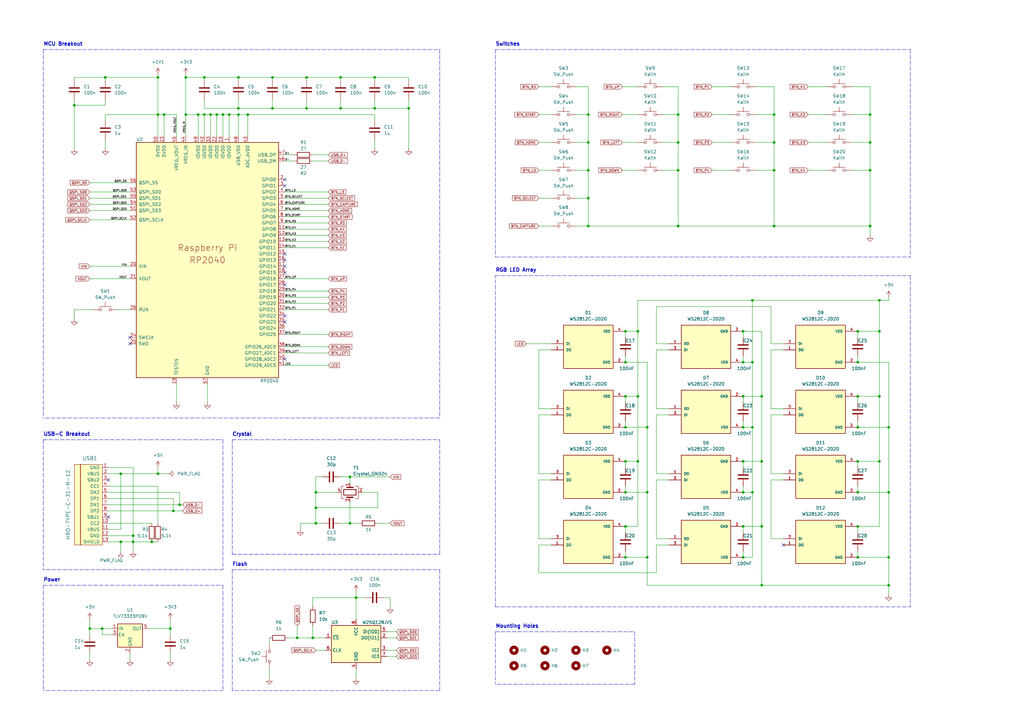
<source format=kicad_sch>
(kicad_sch (version 20211123) (generator eeschema)
  (paper "A3")
  (title_block (title "Ergobox") (date "2022-09-23") (rev "0.1") (company "techlifemusic") (comment 1 "https://github.com/jfedor2/flatbox/tree/master/hardware-rev4") (comment 2 "Based on Flatbox rev 4.") (comment 4 "Hitbox-style fightstick"))
  (junction (at 308.61 123.19))
  (junction (at 304.8 189.23))
  (junction (at 304.8 228.6))
  (junction (at 351.79 201.93))
  (junction (at 308.61 201.93))
  (junction (at 49.53 222.25))
  (junction (at 304.8 135.89))
  (junction (at 360.68 162.56))
  (junction (at 64.77 194.31))
  (junction (at 351.79 162.56))
  (junction (at 49.53 194.31))
  (junction (at 356.87 46.99))
  (junction (at 81.28 46.99))
  (junction (at 125.73 44.45))
  (junction (at 360.68 189.23))
  (junction (at 125.73 31.75))
  (junction (at 91.44 46.99))
  (junction (at 256.54 135.89))
  (junction (at 312.42 162.56))
  (junction (at 317.5 58.42))
  (junction (at 43.18 31.75))
  (junction (at 41.91 257.81))
  (junction (at 64.77 31.75))
  (junction (at 241.3 58.42))
  (junction (at 278.13 58.42))
  (junction (at 97.79 31.75))
  (junction (at 304.8 162.56))
  (junction (at 76.2 46.99))
  (junction (at 360.68 135.89))
  (junction (at 312.42 215.9))
  (junction (at 83.82 46.99))
  (junction (at 83.82 31.75))
  (junction (at 364.49 240.03))
  (junction (at 67.31 46.99))
  (junction (at 356.87 69.85))
  (junction (at 71.12 209.55))
  (junction (at 351.79 228.6))
  (junction (at 265.43 175.26))
  (junction (at 351.79 215.9))
  (junction (at 54.61 219.71))
  (junction (at 261.62 162.56))
  (junction (at 62.23 222.25))
  (junction (at 356.87 92.71))
  (junction (at 256.54 189.23))
  (junction (at 143.51 214.63))
  (junction (at 30.48 43.18))
  (junction (at 278.13 69.85))
  (junction (at 256.54 148.59))
  (junction (at 351.79 189.23))
  (junction (at 241.3 92.71))
  (junction (at 88.9 46.99))
  (junction (at 351.79 175.26))
  (junction (at 308.61 148.59))
  (junction (at 76.2 31.75))
  (junction (at 261.62 189.23))
  (junction (at 93.98 46.99))
  (junction (at 360.68 123.19))
  (junction (at 143.51 195.58))
  (junction (at 153.67 31.75))
  (junction (at 111.76 31.75))
  (junction (at 351.79 135.89))
  (junction (at 241.3 46.99))
  (junction (at 304.8 148.59))
  (junction (at 73.66 207.01))
  (junction (at 54.61 222.25))
  (junction (at 64.77 46.99))
  (junction (at 317.5 46.99))
  (junction (at 256.54 201.93))
  (junction (at 129.54 208.28))
  (junction (at 69.85 257.81))
  (junction (at 256.54 162.56))
  (junction (at 101.6 46.99))
  (junction (at 261.62 135.89))
  (junction (at 278.13 46.99))
  (junction (at 351.79 148.59))
  (junction (at 317.5 69.85))
  (junction (at 241.3 69.85))
  (junction (at 265.43 228.6))
  (junction (at 129.54 214.63))
  (junction (at 97.79 44.45))
  (junction (at 111.76 44.45))
  (junction (at 36.83 257.81))
  (junction (at 356.87 58.42))
  (junction (at 121.92 261.62))
  (junction (at 139.7 31.75))
  (junction (at 167.64 44.45))
  (junction (at 308.61 175.26))
  (junction (at 312.42 189.23))
  (junction (at 256.54 228.6))
  (junction (at 304.8 215.9))
  (junction (at 317.5 92.71))
  (junction (at 364.49 175.26))
  (junction (at 146.05 245.11))
  (junction (at 153.67 44.45))
  (junction (at 129.54 201.93))
  (junction (at 128.27 261.62))
  (junction (at 304.8 175.26))
  (junction (at 256.54 215.9))
  (junction (at 86.36 46.99))
  (junction (at 312.42 240.03))
  (junction (at 364.49 228.6))
  (junction (at 97.79 46.99))
  (junction (at 139.7 44.45))
  (junction (at 278.13 92.71))
  (junction (at 364.49 201.93))
  (junction (at 241.3 81.28))
  (junction (at 304.8 201.93))
  (junction (at 256.54 175.26))
  (junction (at 265.43 201.93))
  (no_connect (at 116.84 116.84))
  (no_connect (at 116.84 109.22))
  (no_connect (at 116.84 73.66))
  (no_connect (at 44.45 196.85))
  (no_connect (at 44.45 212.09))
  (no_connect (at 116.84 129.54))
  (no_connect (at 116.84 106.68))
  (no_connect (at 53.34 138.43))
  (no_connect (at 53.34 140.97))
  (no_connect (at 321.31 223.52))
  (no_connect (at 116.84 76.2))
  (no_connect (at 116.84 147.32))
  (no_connect (at 116.84 104.14))
  (no_connect (at 116.84 111.76))
  (no_connect (at 116.84 132.08))
  (wire (pts (xy 30.48 127) (xy 30.48 130.81)))
  (wire (pts (xy 97.79 46.99) (xy 101.6 46.99)))
  (polyline (pts (xy 180.34 227.33) (xy 180.34 180.34)))
  (wire (pts (xy 153.67 57.15) (xy 153.67 60.96)))
  (wire (pts (xy 125.73 44.45) (xy 111.76 44.45)))
  (wire (pts (xy 274.32 167.64) (xy 269.24 167.64)))
  (wire (pts (xy 312.42 162.56) (xy 312.42 189.23)))
  (wire (pts (xy 255.27 58.42) (xy 261.62 58.42)))
  (wire (pts (xy 356.87 69.85) (xy 356.87 92.71)))
  (wire (pts (xy 67.31 46.99) (xy 64.77 46.99)))
  (wire (pts (xy 304.8 189.23) (xy 312.42 189.23)))
  (wire (pts (xy 85.09 157.48) (xy 85.09 165.1)))
  (wire (pts (xy 360.68 215.9) (xy 360.68 189.23)))
  (wire (pts (xy 351.79 162.56) (xy 351.79 165.1)))
  (wire (pts (xy 226.06 223.52) (xy 220.98 223.52)))
  (wire (pts (xy 43.18 46.99) (xy 64.77 46.99)))
  (wire (pts (xy 54.61 191.77) (xy 54.61 219.71)))
  (wire (pts (xy 364.49 148.59) (xy 364.49 175.26)))
  (wire (pts (xy 351.79 148.59) (xy 364.49 148.59)))
  (wire (pts (xy 129.54 195.58) (xy 129.54 201.93)))
  (wire (pts (xy 349.25 46.99) (xy 356.87 46.99)))
  (wire (pts (xy 261.62 215.9) (xy 261.62 189.23)))
  (wire (pts (xy 331.47 58.42) (xy 339.09 58.42)))
  (wire (pts (xy 356.87 96.52) (xy 356.87 92.71)))
  (wire (pts (xy 81.28 55.88) (xy 81.28 46.99)))
  (wire (pts (xy 351.79 189.23) (xy 351.79 191.77)))
  (wire (pts (xy 54.61 222.25) (xy 62.23 222.25)))
  (wire (pts (xy 91.44 46.99) (xy 91.44 55.88)))
  (wire (pts (xy 269.24 143.51) (xy 274.32 143.51)))
  (polyline (pts (xy 91.44 180.34) (xy 91.44 233.68)))
  (wire (pts (xy 316.23 125.73) (xy 316.23 140.97)))
  (polyline (pts (xy 17.78 20.32) (xy 180.34 20.32)))
  (wire (pts (xy 304.8 215.9) (xy 304.8 218.44)))
  (wire (pts (xy 44.45 199.39) (xy 64.77 199.39)))
  (wire (pts (xy 72.39 157.48) (xy 72.39 165.1)))
  (wire (pts (xy 269.24 196.85) (xy 274.32 196.85)))
  (wire (pts (xy 351.79 135.89) (xy 351.79 138.43)))
  (wire (pts (xy 158.75 259.08) (xy 162.56 259.08)))
  (wire (pts (xy 265.43 201.93) (xy 265.43 228.6)))
  (wire (pts (xy 36.83 114.3) (xy 53.34 114.3)))
  (wire (pts (xy 36.83 109.22) (xy 53.34 109.22)))
  (polyline (pts (xy 91.44 233.68) (xy 17.78 233.68)))
  (wire (pts (xy 317.5 92.71) (xy 356.87 92.71)))
  (wire (pts (xy 153.67 46.99) (xy 153.67 49.53)))
  (wire (pts (xy 116.84 121.92) (xy 134.62 121.92)))
  (polyline (pts (xy 203.2 20.32) (xy 373.38 20.32)))
  (wire (pts (xy 48.26 127) (xy 53.34 127)))
  (wire (pts (xy 271.78 69.85) (xy 278.13 69.85)))
  (wire (pts (xy 220.98 167.64) (xy 226.06 167.64)))
  (wire (pts (xy 304.8 146.05) (xy 304.8 148.59)))
  (wire (pts (xy 321.31 143.51) (xy 316.23 143.51)))
  (wire (pts (xy 215.9 140.97) (xy 226.06 140.97)))
  (wire (pts (xy 278.13 69.85) (xy 278.13 92.71)))
  (wire (pts (xy 116.84 101.6) (xy 134.62 101.6)))
  (wire (pts (xy 49.53 217.17) (xy 49.53 194.31)))
  (wire (pts (xy 116.84 88.9) (xy 134.62 88.9)))
  (wire (pts (xy 116.84 78.74) (xy 134.62 78.74)))
  (wire (pts (xy 139.7 40.64) (xy 139.7 44.45)))
  (wire (pts (xy 220.98 46.99) (xy 226.06 46.99)))
  (wire (pts (xy 304.8 162.56) (xy 312.42 162.56)))
  (wire (pts (xy 97.79 31.75) (xy 97.79 33.02)))
  (wire (pts (xy 36.83 74.93) (xy 53.34 74.93)))
  (wire (pts (xy 312.42 240.03) (xy 364.49 240.03)))
  (wire (pts (xy 86.36 46.99) (xy 88.9 46.99)))
  (wire (pts (xy 132.08 214.63) (xy 129.54 214.63)))
  (wire (pts (xy 116.84 127) (xy 134.62 127)))
  (wire (pts (xy 220.98 220.98) (xy 226.06 220.98)))
  (wire (pts (xy 255.27 35.56) (xy 261.62 35.56)))
  (wire (pts (xy 269.24 170.18) (xy 274.32 170.18)))
  (wire (pts (xy 30.48 43.18) (xy 30.48 60.96)))
  (wire (pts (xy 220.98 170.18) (xy 220.98 194.31)))
  (wire (pts (xy 128.27 66.04) (xy 134.62 66.04)))
  (wire (pts (xy 157.48 245.11) (xy 160.02 245.11)))
  (wire (pts (xy 83.82 31.75) (xy 83.82 33.02)))
  (wire (pts (xy 265.43 228.6) (xy 265.43 240.03)))
  (wire (pts (xy 116.84 66.04) (xy 120.65 66.04)))
  (wire (pts (xy 269.24 125.73) (xy 316.23 125.73)))
  (wire (pts (xy 116.84 119.38) (xy 134.62 119.38)))
  (wire (pts (xy 43.18 31.75) (xy 43.18 33.02)))
  (wire (pts (xy 292.1 58.42) (xy 299.72 58.42)))
  (wire (pts (xy 49.53 222.25) (xy 54.61 222.25)))
  (wire (pts (xy 121.92 261.62) (xy 128.27 261.62)))
  (wire (pts (xy 220.98 81.28) (xy 226.06 81.28)))
  (wire (pts (xy 356.87 35.56) (xy 356.87 46.99)))
  (wire (pts (xy 116.84 114.3) (xy 134.62 114.3)))
  (wire (pts (xy 128.27 63.5) (xy 134.62 63.5)))
  (polyline (pts (xy 91.44 240.03) (xy 91.44 283.21)))
  (wire (pts (xy 116.84 96.52) (xy 134.62 96.52)))
  (wire (pts (xy 97.79 31.75) (xy 111.76 31.75)))
  (wire (pts (xy 351.79 162.56) (xy 360.68 162.56)))
  (wire (pts (xy 256.54 189.23) (xy 261.62 189.23)))
  (wire (pts (xy 125.73 31.75) (xy 125.73 33.02)))
  (wire (pts (xy 44.45 209.55) (xy 71.12 209.55)))
  (wire (pts (xy 121.92 256.54) (xy 121.92 261.62)))
  (wire (pts (xy 76.2 30.48) (xy 76.2 31.75)))
  (wire (pts (xy 256.54 148.59) (xy 265.43 148.59)))
  (polyline (pts (xy 95.25 180.34) (xy 95.25 227.33)))
  (wire (pts (xy 316.23 220.98) (xy 321.31 220.98)))
  (wire (pts (xy 143.51 214.63) (xy 143.51 205.74)))
  (wire (pts (xy 38.1 127) (xy 30.48 127)))
  (polyline (pts (xy 95.25 180.34) (xy 180.34 180.34)))
  (wire (pts (xy 101.6 46.99) (xy 153.67 46.99)))
  (wire (pts (xy 167.64 44.45) (xy 167.64 60.96)))
  (wire (pts (xy 36.83 267.97) (xy 36.83 270.51)))
  (wire (pts (xy 73.66 201.93) (xy 73.66 207.01)))
  (wire (pts (xy 316.23 143.51) (xy 316.23 167.64)))
  (wire (pts (xy 158.75 261.62) (xy 162.56 261.62)))
  (polyline (pts (xy 17.78 20.32) (xy 17.78 171.45)))
  (wire (pts (xy 116.84 91.44) (xy 134.62 91.44)))
  (wire (pts (xy 292.1 46.99) (xy 299.72 46.99)))
  (wire (pts (xy 72.39 46.99) (xy 67.31 46.99)))
  (wire (pts (xy 154.94 214.63) (xy 160.02 214.63)))
  (wire (pts (xy 321.31 170.18) (xy 316.23 170.18)))
  (polyline (pts (xy 260.35 280.67) (xy 203.2 280.67)))
  (wire (pts (xy 36.83 81.28) (xy 53.34 81.28)))
  (wire (pts (xy 139.7 44.45) (xy 125.73 44.45)))
  (wire (pts (xy 236.22 92.71) (xy 241.3 92.71)))
  (wire (pts (xy 278.13 58.42) (xy 278.13 69.85)))
  (wire (pts (xy 304.8 162.56) (xy 304.8 165.1)))
  (wire (pts (xy 308.61 123.19) (xy 360.68 123.19)))
  (wire (pts (xy 76.2 46.99) (xy 81.28 46.99)))
  (wire (pts (xy 97.79 44.45) (xy 83.82 44.45)))
  (wire (pts (xy 139.7 195.58) (xy 143.51 195.58)))
  (wire (pts (xy 160.02 245.11) (xy 160.02 248.92)))
  (polyline (pts (xy 203.2 248.92) (xy 203.2 113.03)))
  (wire (pts (xy 153.67 40.64) (xy 153.67 44.45)))
  (wire (pts (xy 143.51 195.58) (xy 143.51 198.12)))
  (wire (pts (xy 265.43 148.59) (xy 265.43 175.26)))
  (wire (pts (xy 360.68 162.56) (xy 360.68 135.89)))
  (wire (pts (xy 111.76 31.75) (xy 125.73 31.75)))
  (wire (pts (xy 236.22 58.42) (xy 241.3 58.42)))
  (wire (pts (xy 64.77 31.75) (xy 64.77 46.99)))
  (wire (pts (xy 44.45 191.77) (xy 54.61 191.77)))
  (wire (pts (xy 241.3 58.42) (xy 241.3 69.85)))
  (wire (pts (xy 128.27 261.62) (xy 133.35 261.62)))
  (wire (pts (xy 226.06 143.51) (xy 220.98 143.51)))
  (wire (pts (xy 317.5 58.42) (xy 317.5 69.85)))
  (wire (pts (xy 351.79 199.39) (xy 351.79 201.93)))
  (wire (pts (xy 69.85 257.81) (xy 69.85 254)))
  (polyline (pts (xy 95.25 233.68) (xy 180.34 233.68)))
  (polyline (pts (xy 203.2 113.03) (xy 373.38 113.03)))
  (wire (pts (xy 167.64 31.75) (xy 167.64 33.02)))
  (wire (pts (xy 317.5 69.85) (xy 317.5 92.71)))
  (wire (pts (xy 116.84 124.46) (xy 134.62 124.46)))
  (wire (pts (xy 64.77 30.48) (xy 64.77 31.75)))
  (wire (pts (xy 139.7 214.63) (xy 143.51 214.63)))
  (wire (pts (xy 41.91 260.35) (xy 41.91 257.81)))
  (wire (pts (xy 349.25 69.85) (xy 356.87 69.85)))
  (wire (pts (xy 274.32 220.98) (xy 269.24 220.98)))
  (wire (pts (xy 220.98 196.85) (xy 220.98 220.98)))
  (wire (pts (xy 220.98 194.31) (xy 226.06 194.31)))
  (wire (pts (xy 236.22 69.85) (xy 241.3 69.85)))
  (wire (pts (xy 317.5 46.99) (xy 317.5 58.42)))
  (wire (pts (xy 236.22 81.28) (xy 241.3 81.28)))
  (wire (pts (xy 44.45 207.01) (xy 73.66 207.01)))
  (wire (pts (xy 256.54 146.05) (xy 256.54 148.59)))
  (wire (pts (xy 97.79 46.99) (xy 97.79 55.88)))
  (wire (pts (xy 364.49 243.84) (xy 364.49 240.03)))
  (wire (pts (xy 76.2 46.99) (xy 76.2 55.88)))
  (wire (pts (xy 256.54 199.39) (xy 256.54 201.93)))
  (wire (pts (xy 304.8 199.39) (xy 304.8 201.93)))
  (wire (pts (xy 351.79 172.72) (xy 351.79 175.26)))
  (wire (pts (xy 72.39 55.88) (xy 72.39 46.99)))
  (polyline (pts (xy 203.2 20.32) (xy 203.2 105.41)))
  (wire (pts (xy 256.54 135.89) (xy 256.54 138.43)))
  (wire (pts (xy 351.79 215.9) (xy 360.68 215.9)))
  (wire (pts (xy 351.79 201.93) (xy 364.49 201.93)))
  (wire (pts (xy 269.24 223.52) (xy 269.24 234.95)))
  (wire (pts (xy 261.62 162.56) (xy 261.62 135.89)))
  (wire (pts (xy 269.24 194.31) (xy 269.24 170.18)))
  (wire (pts (xy 351.79 175.26) (xy 364.49 175.26)))
  (wire (pts (xy 153.67 31.75) (xy 153.67 33.02)))
  (wire (pts (xy 64.77 199.39) (xy 64.77 214.63)))
  (wire (pts (xy 44.45 217.17) (xy 49.53 217.17)))
  (wire (pts (xy 139.7 31.75) (xy 139.7 33.02)))
  (wire (pts (xy 139.7 31.75) (xy 153.67 31.75)))
  (wire (pts (xy 67.31 46.99) (xy 67.31 55.88)))
  (wire (pts (xy 44.45 219.71) (xy 54.61 219.71)))
  (wire (pts (xy 304.8 226.06) (xy 304.8 228.6)))
  (wire (pts (xy 304.8 148.59) (xy 308.61 148.59)))
  (wire (pts (xy 30.48 31.75) (xy 43.18 31.75)))
  (wire (pts (xy 220.98 234.95) (xy 269.24 234.95)))
  (wire (pts (xy 86.36 46.99) (xy 86.36 55.88)))
  (wire (pts (xy 83.82 31.75) (xy 97.79 31.75)))
  (wire (pts (xy 309.88 58.42) (xy 317.5 58.42)))
  (wire (pts (xy 49.53 222.25) (xy 49.53 226.06)))
  (wire (pts (xy 129.54 208.28) (xy 129.54 214.63)))
  (wire (pts (xy 304.8 201.93) (xy 308.61 201.93)))
  (wire (pts (xy 44.45 194.31) (xy 49.53 194.31)))
  (wire (pts (xy 278.13 46.99) (xy 278.13 58.42)))
  (wire (pts (xy 81.28 46.99) (xy 83.82 46.99)))
  (wire (pts (xy 83.82 44.45) (xy 83.82 40.64)))
  (wire (pts (xy 271.78 58.42) (xy 278.13 58.42)))
  (wire (pts (xy 349.25 58.42) (xy 356.87 58.42)))
  (wire (pts (xy 220.98 92.71) (xy 226.06 92.71)))
  (wire (pts (xy 54.61 222.25) (xy 54.61 226.06)))
  (wire (pts (xy 123.19 217.17) (xy 123.19 214.63)))
  (wire (pts (xy 308.61 201.93) (xy 308.61 175.26)))
  (wire (pts (xy 304.8 189.23) (xy 304.8 191.77)))
  (wire (pts (xy 116.84 137.16) (xy 134.62 137.16)))
  (wire (pts (xy 241.3 92.71) (xy 278.13 92.71)))
  (wire (pts (xy 110.49 261.62) (xy 110.49 264.16)))
  (polyline (pts (xy 95.25 227.33) (xy 180.34 227.33)))
  (wire (pts (xy 274.32 223.52) (xy 269.24 223.52)))
  (wire (pts (xy 64.77 194.31) (xy 68.58 194.31)))
  (polyline (pts (xy 17.78 180.34) (xy 17.78 233.68)))
  (wire (pts (xy 236.22 35.56) (xy 241.3 35.56)))
  (wire (pts (xy 255.27 46.99) (xy 261.62 46.99)))
  (wire (pts (xy 116.84 142.24) (xy 134.62 142.24)))
  (wire (pts (xy 146.05 242.57) (xy 146.05 245.11)))
  (wire (pts (xy 309.88 69.85) (xy 317.5 69.85)))
  (polyline (pts (xy 95.25 233.68) (xy 95.25 283.21)))
  (wire (pts (xy 321.31 196.85) (xy 316.23 196.85)))
  (wire (pts (xy 312.42 215.9) (xy 312.42 240.03)))
  (wire (pts (xy 304.8 135.89) (xy 304.8 138.43)))
  (wire (pts (xy 129.54 266.7) (xy 133.35 266.7)))
  (wire (pts (xy 43.18 43.18) (xy 30.48 43.18)))
  (wire (pts (xy 125.73 31.75) (xy 139.7 31.75)))
  (wire (pts (xy 118.11 261.62) (xy 121.92 261.62)))
  (wire (pts (xy 256.54 226.06) (xy 256.54 228.6)))
  (wire (pts (xy 116.84 81.28) (xy 134.62 81.28)))
  (wire (pts (xy 36.83 90.17) (xy 53.34 90.17)))
  (wire (pts (xy 241.3 69.85) (xy 241.3 81.28)))
  (wire (pts (xy 71.12 204.47) (xy 71.12 209.55)))
  (wire (pts (xy 255.27 69.85) (xy 261.62 69.85)))
  (wire (pts (xy 316.23 170.18) (xy 316.23 194.31)))
  (wire (pts (xy 292.1 35.56) (xy 299.72 35.56)))
  (wire (pts (xy 274.32 140.97) (xy 269.24 140.97)))
  (wire (pts (xy 129.54 201.93) (xy 138.43 201.93)))
  (wire (pts (xy 356.87 46.99) (xy 356.87 58.42)))
  (wire (pts (xy 269.24 140.97) (xy 269.24 125.73)))
  (wire (pts (xy 36.83 257.81) (xy 36.83 260.35)))
  (wire (pts (xy 364.49 123.19) (xy 364.49 121.92)))
  (wire (pts (xy 45.72 260.35) (xy 41.91 260.35)))
  (wire (pts (xy 356.87 58.42) (xy 356.87 69.85)))
  (wire (pts (xy 278.13 92.71) (xy 317.5 92.71)))
  (wire (pts (xy 349.25 35.56) (xy 356.87 35.56)))
  (wire (pts (xy 265.43 175.26) (xy 265.43 201.93)))
  (wire (pts (xy 309.88 35.56) (xy 317.5 35.56)))
  (wire (pts (xy 73.66 207.01) (xy 74.93 207.01)))
  (wire (pts (xy 256.54 162.56) (xy 256.54 165.1)))
  (polyline (pts (xy 203.2 105.41) (xy 373.38 105.41)))
  (wire (pts (xy 331.47 35.56) (xy 339.09 35.56)))
  (wire (pts (xy 88.9 46.99) (xy 88.9 55.88)))
  (wire (pts (xy 220.98 58.42) (xy 226.06 58.42)))
  (wire (pts (xy 308.61 228.6) (xy 308.61 201.93)))
  (wire (pts (xy 54.61 219.71) (xy 54.61 222.25)))
  (wire (pts (xy 158.75 269.24) (xy 162.56 269.24)))
  (wire (pts (xy 153.67 31.75) (xy 167.64 31.75)))
  (wire (pts (xy 256.54 215.9) (xy 256.54 218.44)))
  (polyline (pts (xy 17.78 180.34) (xy 91.44 180.34)))
  (wire (pts (xy 83.82 46.99) (xy 83.82 55.88)))
  (wire (pts (xy 148.59 201.93) (xy 154.94 201.93)))
  (wire (pts (xy 83.82 46.99) (xy 86.36 46.99)))
  (wire (pts (xy 226.06 170.18) (xy 220.98 170.18)))
  (wire (pts (xy 129.54 201.93) (xy 129.54 208.28)))
  (wire (pts (xy 316.23 167.64) (xy 321.31 167.64)))
  (polyline (pts (xy 203.2 259.08) (xy 260.35 259.08)))
  (wire (pts (xy 111.76 40.64) (xy 111.76 44.45)))
  (wire (pts (xy 317.5 35.56) (xy 317.5 46.99)))
  (wire (pts (xy 304.8 135.89) (xy 312.42 135.89)))
  (wire (pts (xy 111.76 31.75) (xy 111.76 33.02)))
  (wire (pts (xy 43.18 57.15) (xy 43.18 60.96)))
  (wire (pts (xy 36.83 86.36) (xy 53.34 86.36)))
  (wire (pts (xy 36.83 78.74) (xy 53.34 78.74)))
  (wire (pts (xy 261.62 123.19) (xy 308.61 123.19)))
  (wire (pts (xy 62.23 222.25) (xy 64.77 222.25)))
  (wire (pts (xy 256.54 201.93) (xy 265.43 201.93)))
  (wire (pts (xy 160.02 195.58) (xy 143.51 195.58)))
  (wire (pts (xy 256.54 215.9) (xy 261.62 215.9)))
  (wire (pts (xy 123.19 214.63) (xy 129.54 214.63)))
  (wire (pts (xy 241.3 35.56) (xy 241.3 46.99)))
  (wire (pts (xy 43.18 31.75) (xy 64.77 31.75)))
  (wire (pts (xy 128.27 256.54) (xy 128.27 261.62)))
  (wire (pts (xy 45.72 257.81) (xy 41.91 257.81)))
  (polyline (pts (xy 17.78 240.03) (xy 17.78 283.21)))
  (wire (pts (xy 351.79 226.06) (xy 351.79 228.6)))
  (wire (pts (xy 44.45 214.63) (xy 62.23 214.63)))
  (wire (pts (xy 304.8 172.72) (xy 304.8 175.26)))
  (wire (pts (xy 256.54 228.6) (xy 265.43 228.6)))
  (wire (pts (xy 49.53 194.31) (xy 64.77 194.31)))
  (wire (pts (xy 53.34 267.97) (xy 53.34 270.51)))
  (wire (pts (xy 274.32 194.31) (xy 269.24 194.31)))
  (wire (pts (xy 116.84 99.06) (xy 134.62 99.06)))
  (wire (pts (xy 154.94 201.93) (xy 154.94 208.28)))
  (polyline (pts (xy 91.44 283.21) (xy 17.78 283.21)))
  (wire (pts (xy 364.49 228.6) (xy 364.49 240.03)))
  (wire (pts (xy 220.98 143.51) (xy 220.98 167.64)))
  (wire (pts (xy 64.77 194.31) (xy 64.77 191.77)))
  (wire (pts (xy 292.1 69.85) (xy 299.72 69.85)))
  (wire (pts (xy 158.75 266.7) (xy 162.56 266.7)))
  (wire (pts (xy 309.88 46.99) (xy 317.5 46.99)))
  (wire (pts (xy 256.54 172.72) (xy 256.54 175.26)))
  (wire (pts (xy 312.42 189.23) (xy 312.42 215.9)))
  (wire (pts (xy 360.68 135.89) (xy 360.68 123.19)))
  (wire (pts (xy 125.73 40.64) (xy 125.73 44.45)))
  (wire (pts (xy 269.24 220.98) (xy 269.24 196.85)))
  (polyline (pts (xy 180.34 233.68) (xy 180.34 283.21)))
  (wire (pts (xy 132.08 195.58) (xy 129.54 195.58)))
  (wire (pts (xy 41.91 257.81) (xy 36.83 257.81)))
  (wire (pts (xy 111.76 44.45) (xy 97.79 44.45)))
  (wire (pts (xy 60.96 257.81) (xy 69.85 257.81)))
  (wire (pts (xy 76.2 31.75) (xy 83.82 31.75)))
  (wire (pts (xy 241.3 46.99) (xy 241.3 58.42)))
  (wire (pts (xy 30.48 33.02) (xy 30.48 31.75)))
  (polyline (pts (xy 180.34 20.32) (xy 180.34 171.45)))
  (wire (pts (xy 116.84 149.86) (xy 134.62 149.86)))
  (polyline (pts (xy 373.38 20.32) (xy 373.38 105.41)))
  (wire (pts (xy 116.84 93.98) (xy 134.62 93.98)))
  (wire (pts (xy 128.27 248.92) (xy 128.27 245.11)))
  (wire (pts (xy 304.8 215.9) (xy 312.42 215.9)))
  (wire (pts (xy 167.64 44.45) (xy 153.67 44.45)))
  (wire (pts (xy 256.54 135.89) (xy 261.62 135.89)))
  (wire (pts (xy 153.67 44.45) (xy 139.7 44.45)))
  (wire (pts (xy 116.84 86.36) (xy 134.62 86.36)))
  (wire (pts (xy 256.54 162.56) (xy 261.62 162.56)))
  (wire (pts (xy 146.05 274.32) (xy 146.05 278.13)))
  (wire (pts (xy 351.79 189.23) (xy 360.68 189.23)))
  (wire (pts (xy 364.49 175.26) (xy 364.49 201.93)))
  (polyline (pts (xy 180.34 283.21) (xy 95.25 283.21)))
  (wire (pts (xy 220.98 69.85) (xy 226.06 69.85)))
  (wire (pts (xy 88.9 46.99) (xy 91.44 46.99)))
  (wire (pts (xy 261.62 135.89) (xy 261.62 123.19)))
  (wire (pts (xy 43.18 40.64) (xy 43.18 43.18)))
  (polyline (pts (xy 180.34 171.45) (xy 17.78 171.45)))
  (wire (pts (xy 30.48 40.64) (xy 30.48 43.18)))
  (wire (pts (xy 271.78 46.99) (xy 278.13 46.99)))
  (wire (pts (xy 256.54 189.23) (xy 256.54 191.77)))
  (wire (pts (xy 351.79 228.6) (xy 364.49 228.6)))
  (wire (pts (xy 71.12 209.55) (xy 74.93 209.55)))
  (wire (pts (xy 261.62 189.23) (xy 261.62 162.56)))
  (wire (pts (xy 226.06 196.85) (xy 220.98 196.85)))
  (polyline (pts (xy 203.2 248.92) (xy 373.38 248.92)))
  (wire (pts (xy 316.23 194.31) (xy 321.31 194.31)))
  (wire (pts (xy 220.98 223.52) (xy 220.98 234.95)))
  (wire (pts (xy 97.79 40.64) (xy 97.79 44.45)))
  (wire (pts (xy 241.3 81.28) (xy 241.3 92.71)))
  (wire (pts (xy 36.83 257.81) (xy 36.83 254)))
  (wire (pts (xy 331.47 69.85) (xy 339.09 69.85)))
  (wire (pts (xy 154.94 208.28) (xy 129.54 208.28)))
  (wire (pts (xy 316.23 196.85) (xy 316.23 220.98)))
  (wire (pts (xy 351.79 215.9) (xy 351.79 218.44)))
  (wire (pts (xy 269.24 167.64) (xy 269.24 143.51)))
  (wire (pts (xy 167.64 40.64) (xy 167.64 44.45)))
  (wire (pts (xy 304.8 228.6) (xy 308.61 228.6)))
  (wire (pts (xy 278.13 35.56) (xy 278.13 46.99)))
  (wire (pts (xy 91.44 46.99) (xy 93.98 46.99)))
  (wire (pts (xy 93.98 46.99) (xy 97.79 46.99)))
  (polyline (pts (xy 373.38 113.03) (xy 373.38 248.92)))
  (wire (pts (xy 116.84 83.82) (xy 134.62 83.82)))
  (wire (pts (xy 116.84 144.78) (xy 134.62 144.78)))
  (wire (pts (xy 360.68 123.19) (xy 364.49 123.19)))
  (wire (pts (xy 128.27 245.11) (xy 146.05 245.11)))
  (wire (pts (xy 116.84 63.5) (xy 120.65 63.5)))
  (wire (pts (xy 360.68 189.23) (xy 360.68 162.56)))
  (wire (pts (xy 351.79 135.89) (xy 360.68 135.89)))
  (wire (pts (xy 69.85 267.97) (xy 69.85 270.51)))
  (wire (pts (xy 304.8 175.26) (xy 308.61 175.26)))
  (wire (pts (xy 308.61 175.26) (xy 308.61 148.59)))
  (wire (pts (xy 101.6 46.99) (xy 101.6 55.88)))
  (wire (pts (xy 76.2 31.75) (xy 76.2 46.99)))
  (wire (pts (xy 44.45 201.93) (xy 73.66 201.93)))
  (wire (pts (xy 93.98 46.99) (xy 93.98 55.88)))
  (wire (pts (xy 312.42 135.89) (xy 312.42 162.56)))
  (wire (pts (xy 146.05 245.11) (xy 146.05 254)))
  (wire (pts (xy 146.05 245.11) (xy 149.86 245.11)))
  (wire (pts (xy 236.22 46.99) (xy 241.3 46.99)))
  (wire (pts (xy 44.45 222.25) (xy 49.53 222.25)))
  (wire (pts (xy 331.47 46.99) (xy 339.09 46.99)))
  (polyline (pts (xy 203.2 259.08) (xy 203.2 280.67)))
  (wire (pts (xy 64.77 46.99) (xy 64.77 55.88)))
  (wire (pts (xy 351.79 146.05) (xy 351.79 148.59)))
  (wire (pts (xy 308.61 148.59) (xy 308.61 123.19)))
  (wire (pts (xy 364.49 201.93) (xy 364.49 228.6)))
  (wire (pts (xy 36.83 83.82) (xy 53.34 83.82)))
  (wire (pts (xy 69.85 257.81) (xy 69.85 260.35)))
  (wire (pts (xy 271.78 35.56) (xy 278.13 35.56)))
  (polyline (pts (xy 260.35 259.08) (xy 260.35 280.67)))
  (wire (pts (xy 44.45 204.47) (xy 71.12 204.47)))
  (wire (pts (xy 110.49 274.32) (xy 110.49 278.13)))
  (polyline (pts (xy 17.78 240.03) (xy 91.44 240.03)))
  (wire (pts (xy 220.98 35.56) (xy 226.06 35.56)))
  (wire (pts (xy 43.18 49.53) (xy 43.18 46.99)))
  (wire (pts (xy 265.43 240.03) (xy 312.42 240.03)))
  (wire (pts (xy 143.51 214.63) (xy 147.32 214.63)))
  (wire (pts (xy 316.23 140.97) (xy 321.31 140.97)))
  (wire (pts (xy 256.54 175.26) (xy 265.43 175.26)))
  (text "RGB LED Array" (at 203.2 111.76 0) (effects (font (size 1.5 1.5) bold) (justify left bottom)))
  (text "Flash" (at 95.25 232.41 0) (effects (font (size 1.5 1.5) bold) (justify left bottom)))
  (text "USB-C Breakout" (at 17.78 179.07 0) (effects (font (size 1.5 1.5) bold) (justify left bottom)))
  (text "Mounting Holes\n" (at 203.2 257.81 0) (effects (font (size 1.5 1.5) bold) (justify left bottom)))
  (text "Switches" (at 203.2 19.05 0) (effects (font (size 1.5 1.5) bold) (justify left bottom)))
  (text "Power" (at 17.78 238.76 0) (effects (font (size 1.5 1.5) bold) (justify left bottom)))
  (text "Crystal\n" (at 95.25 179.07 0) (effects (font (size 1.5 1.5) bold) (justify left bottom)))
  (text "MCU Breakout" (at 17.78 19.05 0) (effects (font (size 1.5 1.5) bold) (justify left bottom)))
  (label "BTN_RIGHT" (at 116.84 137.16 0) (effects (font (size 0.8 0.8))))
  (label "BTN_UP" (at 116.84 114.3 0) (effects (font (size 0.8 0.8))))
  (label "VREG_IN" (at 76.2 54.61 90) (effects (font (size 0.8 0.8))))
  (label "BTN_P3" (at 116.84 121.92 0) (effects (font (size 0.8 0.8))))
  (label "QSPI_SD0" (at 52.07 78.74 180) (effects (font (size 0.8 0.8))))
  (label "BTN_LEFT" (at 116.84 144.78 0) (effects (font (size 0.8 0.8))))
  (label "QSPI_SCLK" (at 52.07 90.17 180) (effects (font (size 0.8 0.8))))
  (label "QSPI_SD1" (at 52.0306 81.28 180) (effects (font (size 0.8 0.8))))
  (label "BTN_HOME" (at 116.84 86.36 0) (effects (font (size 0.8 0.8))))
  (label "BTN_K1" (at 116.84 101.6 0) (effects (font (size 0.8 0.8))))
  (label "QSPI_SD3" (at 52.07 86.36 180) (effects (font (size 0.8 0.8))))
  (label "BTN_DOWN" (at 116.84 142.24 0) (effects (font (size 0.8 0.8))))
  (label "XOUT" (at 52.07 114.3 180) (effects (font (size 0.8 0.8))))
  (label "XIN" (at 52.07 109.22 180) (effects (font (size 0.8 0.8))))
  (label "BTN_SELECT" (at 116.84 81.28 0) (effects (font (size 0.8 0.8))))
  (label "QSPI_SS" (at 52.0306 74.93 180) (effects (font (size 0.8 0.8))))
  (label "QSPI_SD2" (at 52.07 83.82 180) (effects (font (size 0.8 0.8))))
  (label "BTN_P4" (at 116.84 119.38 0) (effects (font (size 0.8 0.8))))
  (label "BTN_R3" (at 116.84 91.44 0) (effects (font (size 0.8 0.8))))
  (label "BTN_CAPTURE" (at 116.84 83.82 0) (effects (font (size 0.8 0.8))))
  (label "BTN_P2" (at 116.84 124.46 0) (effects (font (size 0.8 0.8))))
  (label "BTN_START" (at 116.84 88.9 0) (effects (font (size 0.8 0.8))))
  (label "VREG_VOUT" (at 72.39 54.61 90) (effects (font (size 0.8 0.8))))
  (label "LED" (at 116.84 149.86 0) (effects (font (size 0.8 0.8))))
  (label "BTN_L3" (at 116.84 78.74 0) (effects (font (size 0.8 0.8))))
  (label "BTN_K4" (at 116.84 93.98 0) (effects (font (size 0.8 0.8))))
  (label "BTN_K2" (at 116.84 99.06 0) (effects (font (size 0.8 0.8))))
  (label "BTN_P1" (at 116.84 127 0) (effects (font (size 0.8 0.8))))
  (label "D+" (at 116.84 63.5 0) (effects (font (size 0.8 0.8))))
  (label "BTN_K3" (at 116.84 96.52 0) (effects (font (size 0.8 0.8))))
  (label "D-" (at 116.84 66.04 0) (effects (font (size 0.8 0.8))))
  (global_label "QSPI_SD1" (shape input) (at 162.56 261.62 0) (effects (font (size 1 1))) (property "Intersheet References" "${INTERSHEET_REFS}" (effects hide)))
  (global_label "BTN_CAPTURE" (shape input) (at 134.62 83.82 0) (effects (font (size 1 1))) (property "Intersheet References" "${INTERSHEET_REFS}" (effects hide)))
  (global_label "BTN_P4" (shape input) (at 292.1 69.85 180) (effects (font (size 1 1))) (property "Intersheet References" "${INTERSHEET_REFS}" (effects hide)))
  (global_label "BTN_RIGHT" (shape input) (at 134.62 137.16 0) (effects (font (size 1 1))) (property "Intersheet References" "${INTERSHEET_REFS}" (effects hide)))
  (global_label "XIN" (shape input) (at 160.02 195.58 0) (effects (font (size 1 1))) (property "Intersheet References" "${INTERSHEET_REFS}" (effects hide)))
  (global_label "BTN_K3" (shape input) (at 331.47 58.42 180) (effects (font (size 1 1))) (property "Intersheet References" "${INTERSHEET_REFS}" (effects hide)))
  (global_label "USB_D-" (shape input) (at 74.93 207.01 0) (effects (font (size 1 1))) (property "Intersheet References" "${INTERSHEET_REFS}" (effects hide)))
  (global_label "USB_D-" (shape input) (at 134.62 66.04 0) (effects (font (size 1 1))) (property "Intersheet References" "${INTERSHEET_REFS}" (effects hide)))
  (global_label "QSPI_SD0" (shape input) (at 162.56 259.08 0) (effects (font (size 1 1))) (property "Intersheet References" "${INTERSHEET_REFS}" (effects hide)))
  (global_label "BTN_K1" (shape input) (at 331.47 35.56 180) (effects (font (size 1 1))) (property "Intersheet References" "${INTERSHEET_REFS}" (effects hide)))
  (global_label "LED" (shape input) (at 134.62 149.86 0) (effects (font (size 1 1))) (property "Intersheet References" "${INTERSHEET_REFS}" (effects hide)))
  (global_label "QSPI_SCLK" (shape input) (at 36.83 90.17 180) (effects (font (size 1 1))) (property "Intersheet References" "${INTERSHEET_REFS}" (effects hide)))
  (global_label "BTN_START" (shape input) (at 134.62 88.9 0) (effects (font (size 1 1))) (property "Intersheet References" "${INTERSHEET_REFS}" (effects hide)))
  (global_label "BTN_K3" (shape input) (at 134.62 96.52 0) (effects (font (size 1 1))) (property "Intersheet References" "${INTERSHEET_REFS}" (effects hide)))
  (global_label "BTN_UP" (shape input) (at 134.62 114.3 0) (effects (font (size 1 1))) (property "Intersheet References" "${INTERSHEET_REFS}" (effects hide)))
  (global_label "LED" (shape input) (at 215.9 140.97 180) (effects (font (size 1 1))) (property "Intersheet References" "${INTERSHEET_REFS}" (effects hide)))
  (global_label "BTN_P3" (shape input) (at 134.62 121.92 0) (effects (font (size 1 1))) (property "Intersheet References" "${INTERSHEET_REFS}" (effects hide)))
  (global_label "QSPI_SD2" (shape input) (at 36.83 83.82 180) (effects (font (size 1 1))) (property "Intersheet References" "${INTERSHEET_REFS}" (effects hide)))
  (global_label "BTN_L3" (shape input) (at 134.62 78.74 0) (effects (font (size 1 1))) (property "Intersheet References" "${INTERSHEET_REFS}" (effects hide)))
  (global_label "BTN_K2" (shape input) (at 134.62 99.06 0) (effects (font (size 1 1))) (property "Intersheet References" "${INTERSHEET_REFS}" (effects hide)))
  (global_label "BTN_LEFT" (shape input) (at 255.27 58.42 180) (effects (font (size 1 1))) (property "Intersheet References" "${INTERSHEET_REFS}" (effects hide)))
  (global_label "QSPI_SD3" (shape input) (at 36.83 86.36 180) (effects (font (size 1 1))) (property "Intersheet References" "${INTERSHEET_REFS}" (effects hide)))
  (global_label "XIN" (shape input) (at 36.83 109.22 180) (effects (font (size 1 1))) (property "Intersheet References" "${INTERSHEET_REFS}" (effects hide)))
  (global_label "BTN_P2" (shape input) (at 134.62 124.46 0) (effects (font (size 1 1))) (property "Intersheet References" "${INTERSHEET_REFS}" (effects hide)))
  (global_label "BTN_UP" (shape input) (at 255.27 35.56 180) (effects (font (size 1 1))) (property "Intersheet References" "${INTERSHEET_REFS}" (effects hide)))
  (global_label "BTN_SELECT" (shape input) (at 134.62 81.28 0) (effects (font (size 1 1))) (property "Intersheet References" "${INTERSHEET_REFS}" (effects hide)))
  (global_label "XOUT" (shape input) (at 36.83 114.3 180) (effects (font (size 1 1))) (property "Intersheet References" "${INTERSHEET_REFS}" (effects hide)))
  (global_label "QSPI_SD0" (shape input) (at 36.83 78.74 180) (effects (font (size 1 1))) (property "Intersheet References" "${INTERSHEET_REFS}" (effects hide)))
  (global_label "BTN_R3" (shape input) (at 220.98 35.56 180) (effects (font (size 1 1))) (property "Intersheet References" "${INTERSHEET_REFS}" (effects hide)))
  (global_label "BTN_R3" (shape input) (at 134.62 91.44 0) (effects (font (size 1 1))) (property "Intersheet References" "${INTERSHEET_REFS}" (effects hide)))
  (global_label "BTN_P1" (shape input) (at 134.62 127 0) (effects (font (size 1 1))) (property "Intersheet References" "${INTERSHEET_REFS}" (effects hide)))
  (global_label "XOUT" (shape input) (at 160.02 214.63 0) (effects (font (size 1 1))) (property "Intersheet References" "${INTERSHEET_REFS}" (effects hide)))
  (global_label "BTN_K4" (shape input) (at 134.62 93.98 0) (effects (font (size 1 1))) (property "Intersheet References" "${INTERSHEET_REFS}" (effects hide)))
  (global_label "BTN_DOWN" (shape input) (at 255.27 69.85 180) (effects (font (size 1 1))) (property "Intersheet References" "${INTERSHEET_REFS}" (effects hide)))
  (global_label "BTN_P3" (shape input) (at 292.1 58.42 180) (effects (font (size 1 1))) (property "Intersheet References" "${INTERSHEET_REFS}" (effects hide)))
  (global_label "BTN_HOME" (shape input) (at 220.98 58.42 180) (effects (font (size 1 1))) (property "Intersheet References" "${INTERSHEET_REFS}" (effects hide)))
  (global_label "QSPI_SD1" (shape input) (at 36.83 81.28 180) (effects (font (size 1 1))) (property "Intersheet References" "${INTERSHEET_REFS}" (effects hide)))
  (global_label "USB_D+" (shape input) (at 74.93 209.55 0) (effects (font (size 1 1))) (property "Intersheet References" "${INTERSHEET_REFS}" (effects hide)))
  (global_label "BTN_LEFT" (shape input) (at 134.62 144.78 0) (effects (font (size 1 1))) (property "Intersheet References" "${INTERSHEET_REFS}" (effects hide)))
  (global_label "BTN_HOME" (shape input) (at 134.62 86.36 0) (effects (font (size 1 1))) (property "Intersheet References" "${INTERSHEET_REFS}" (effects hide)))
  (global_label "BTN_K1" (shape input) (at 134.62 101.6 0) (effects (font (size 1 1))) (property "Intersheet References" "${INTERSHEET_REFS}" (effects hide)))
  (global_label "BTN_K4" (shape input) (at 331.47 69.85 180) (effects (font (size 1 1))) (property "Intersheet References" "${INTERSHEET_REFS}" (effects hide)))
  (global_label "BTN_RIGHT" (shape input) (at 255.27 46.99 180) (effects (font (size 1 1))) (property "Intersheet References" "${INTERSHEET_REFS}" (effects hide)))
  (global_label "QSPI_SCLK" (shape input) (at 129.54 266.7 180) (effects (font (size 1 1))) (property "Intersheet References" "${INTERSHEET_REFS}" (effects hide)))
  (global_label "BTN_K2" (shape input) (at 331.47 46.99 180) (effects (font (size 1 1))) (property "Intersheet References" "${INTERSHEET_REFS}" (effects hide)))
  (global_label "BTN_P1" (shape input) (at 292.1 35.56 180) (effects (font (size 1 1))) (property "Intersheet References" "${INTERSHEET_REFS}" (effects hide)))
  (global_label "BTN_SELECT" (shape input) (at 220.98 81.28 180) (effects (font (size 1 1))) (property "Intersheet References" "${INTERSHEET_REFS}" (effects hide)))
  (global_label "BTN_START" (shape input) (at 220.98 46.99 180) (effects (font (size 1 1))) (property "Intersheet References" "${INTERSHEET_REFS}" (effects hide)))
  (global_label "QSPI_SD3" (shape input) (at 162.56 269.24 0) (effects (font (size 1 1))) (property "Intersheet References" "${INTERSHEET_REFS}" (effects hide)))
  (global_label "QSPI_SS" (shape input) (at 121.92 256.54 90) (effects (font (size 1 1))) (property "Intersheet References" "${INTERSHEET_REFS}" (effects hide)))
  (global_label "BTN_CAPTURE" (shape input) (at 220.98 92.71 180) (effects (font (size 1 1))) (property "Intersheet References" "${INTERSHEET_REFS}" (effects hide)))
  (global_label "QSPI_SD2" (shape input) (at 162.56 266.7 0) (effects (font (size 1 1))) (property "Intersheet References" "${INTERSHEET_REFS}" (effects hide)))
  (global_label "BTN_L3" (shape input) (at 220.98 69.85 180) (effects (font (size 1 1))) (property "Intersheet References" "${INTERSHEET_REFS}" (effects hide)))
  (global_label "BTN_P4" (shape input) (at 134.62 119.38 0) (effects (font (size 1 1))) (property "Intersheet References" "${INTERSHEET_REFS}" (effects hide)))
  (global_label "QSPI_SS" (shape input) (at 36.83 74.93 180) (effects (font (size 1 1))) (property "Intersheet References" "${INTERSHEET_REFS}" (effects hide)))
  (global_label "USB_D+" (shape input) (at 134.62 63.5 0) (effects (font (size 1 1))) (property "Intersheet References" "${INTERSHEET_REFS}" (effects hide)))
  (global_label "BTN_P2" (shape input) (at 292.1 46.99 180) (effects (font (size 1 1))) (property "Intersheet References" "${INTERSHEET_REFS}" (effects hide)))
  (global_label "BTN_DOWN" (shape input) (at 134.62 142.24 0) (effects (font (size 1 1))) (property "Intersheet References" "${INTERSHEET_REFS}" (effects hide)))
  (symbol (lib_id "power:GND") (at 36.83 270.51 0) (unit 1)
    (property "Reference" "#PWR0115" (effects hide))
    (property "Value" "GND" (effects hide))
  )
  (symbol (lib_id "Device:C") (at 153.67 245.11 90) (unit 1)
    (property "Reference" "C16" (at 153.67 237.49 90))
    (property "Value" "100n" (at 153.67 240.03 90))
    (property "Footprint" "Capacitor_SMD:C_0402_1005Metric" (effects hide))
  )
  (symbol (lib_id "Switch:SW_Push") (at 266.7 58.42 0) (unit 1)
    (property "Reference" "SW11" (at 266.7 50.8 0))
    (property "Value" "Kailh" (at 266.7 53.34 0))
    (property "Footprint" "Kailh Hotswap:SW_Hotswap_Kailh_Choc_V1V2" (effects hide))
  )
  (symbol (lib_id "Device:R") (at 62.23 218.44 0) (unit 1)
    (property "Reference" "R3" (at 59.69 217.17 0))
    (property "Value" "5.1k" (at 58.42 219.71 0))
    (property "Footprint" "Resistor_SMD:R_0402_1005Metric" (effects hide))
  )
  (symbol (lib_id "Device:C") (at 111.76 36.83 0) (unit 1)
    (property "Reference" "C6" (at 115.57 35.5599 0) (effects (justify left)))
    (property "Value" "100n" (at 115.57 38.0999 0) (effects (justify left)))
    (property "Footprint" "Capacitor_SMD:C_0402_1005Metric" (effects hide))
  )
  (symbol (lib_id "Switch:SW_Push") (at 344.17 35.56 0) (unit 1)
    (property "Reference" "SW17" (at 344.17 27.94 0))
    (property "Value" "Kailh" (at 344.17 30.48 0))
    (property "Footprint" "Kailh Hotswap:SW_Hotswap_Kailh_Choc_V1V2" (effects hide))
  )
  (symbol (lib_id "WS2812C-2020:WS2812C-2020") (at 336.55 194.31 0) (unit 1)
    (property "Reference" "D11" (at 336.55 181.61 0))
    (property "Value" "WS2812C-2020" (at 336.55 184.15 0))
    (property "Footprint" "WS2812C-2020:LED_WS2812C-2020" (effects hide))
    (property "STANDARD" "Manufacturer Recommendations" (effects hide))
    (property "MANUFACTURER" "Worldsemi" (effects hide))
    (property "MAXIMUM_PACKAGE_HEIGHT" "0.84 mm" (effects hide))
    (property "PARTREV" "V1.0" (effects hide))
  )
  (symbol (lib_id "Device:R") (at 64.77 218.44 0) (unit 1)
    (property "Reference" "R4" (at 66.04 217.17 0) (effects (justify left)))
    (property "Value" "5.1k" (at 66.04 219.71 0) (effects (justify left)))
    (property "Footprint" "Resistor_SMD:R_0402_1005Metric" (effects hide))
  )
  (symbol (lib_id "WS2812C-2020:WS2812C-2020") (at 336.55 140.97 0) (unit 1)
    (property "Reference" "D9" (at 336.55 128.27 0))
    (property "Value" "WS2812C-2020" (at 336.55 130.81 0))
    (property "Footprint" "WS2812C-2020:LED_WS2812C-2020" (effects hide))
    (property "STANDARD" "Manufacturer Recommendations" (effects hide))
    (property "MANUFACTURER" "Worldsemi" (effects hide))
    (property "MAXIMUM_PACKAGE_HEIGHT" "0.84 mm" (effects hide))
    (property "PARTREV" "V1.0" (effects hide))
  )
  (symbol (lib_id "Device:C") (at 97.79 36.83 0) (unit 1)
    (property "Reference" "C5" (at 101.6 35.5599 0) (effects (justify left)))
    (property "Value" "100n" (at 101.6 38.0999 0) (effects (justify left)))
    (property "Footprint" "Capacitor_SMD:C_0402_1005Metric" (effects hide))
  )
  (symbol (lib_id "WS2812C-2020:WS2812C-2020") (at 336.55 167.64 0) (unit 1)
    (property "Reference" "D10" (at 336.55 154.94 0))
    (property "Value" "WS2812C-2020" (at 336.55 157.48 0))
    (property "Footprint" "WS2812C-2020:LED_WS2812C-2020" (effects hide))
    (property "STANDARD" "Manufacturer Recommendations" (effects hide))
    (property "MANUFACTURER" "Worldsemi" (effects hide))
    (property "MAXIMUM_PACKAGE_HEIGHT" "0.84 mm" (effects hide))
    (property "PARTREV" "V1.0" (effects hide))
  )
  (symbol (lib_id "Device:C") (at 256.54 168.91 0) (unit 1)
    (property "Reference" "C18" (at 256.54 166.37 0) (effects (justify left)))
    (property "Value" "100nF" (at 254 177.8 0) (effects (justify left)))
    (property "Footprint" "Capacitor_SMD:C_0402_1005Metric" (effects hide))
  )
  (symbol (lib_id "power:GND") (at 110.49 278.13 0) (unit 1)
    (property "Reference" "#PWR0119" (effects hide))
    (property "Value" "GND" (effects hide))
  )
  (symbol (lib_id "Device:C") (at 153.67 36.83 0) (unit 1)
    (property "Reference" "C9" (at 157.48 35.5599 0) (effects (justify left)))
    (property "Value" "100n" (at 157.48 38.0999 0) (effects (justify left)))
    (property "Footprint" "Capacitor_SMD:C_0402_1005Metric" (effects hide))
  )
  (symbol (lib_id "Device:C") (at 304.8 142.24 0) (unit 1)
    (property "Reference" "C24" (at 304.8 139.7 0) (effects (justify left)))
    (property "Value" "100nF" (at 302.26 151.13 0) (effects (justify left)))
    (property "Footprint" "Capacitor_SMD:C_0402_1005Metric" (effects hide))
  )
  (symbol (lib_id "Mechanical:MountingHole") (at 236.22 273.05 0) (unit 1)
    (property "Reference" "H7" (at 238.76 273.0499 0) (effects (justify left)))
    (property "Value" "MountingHole" (effects hide))
    (property "Footprint" "MountingHole:MountingHole_3.2mm_M3" (effects hide))
  )
  (symbol (lib_id "Switch:SW_Push") (at 43.18 127 0) (unit 1)
    (property "Reference" "SW1" (at 43.18 119.38 0))
    (property "Value" "SW_Push" (at 43.18 121.92 0))
    (property "Footprint" "Button_Switch_SMD:SW_SPST_Omron_B3FS-100xP" (effects hide))
  )
  (symbol (lib_id "Switch:SW_Push") (at 304.8 69.85 0) (unit 1)
    (property "Reference" "SW16" (at 304.8 62.23 0))
    (property "Value" "Kailh" (at 304.8 64.77 0))
    (property "Footprint" "Kailh Hotswap:SW_Hotswap_Kailh_Choc_V1V2" (effects hide))
  )
  (symbol (lib_id "power:GND") (at 53.34 270.51 0) (unit 1)
    (property "Reference" "#PWR0113" (effects hide))
    (property "Value" "GND" (effects hide))
  )
  (symbol (lib_id "WS2812C-2020:WS2812C-2020") (at 289.56 143.51 0) (mirror x) (unit 1)
    (property "Reference" "D8" (at 289.56 128.27 0))
    (property "Value" "WS2812C-2020" (at 289.56 130.81 0))
    (property "Footprint" "WS2812C-2020:LED_WS2812C-2020" (effects hide))
    (property "STANDARD" "Manufacturer Recommendations" (effects hide))
    (property "MANUFACTURER" "Worldsemi" (effects hide))
    (property "MAXIMUM_PACKAGE_HEIGHT" "0.84 mm" (effects hide))
    (property "PARTREV" "V1.0" (effects hide))
  )
  (symbol (lib_id "power:+3V3") (at 146.05 242.57 0) (unit 1)
    (property "Reference" "#PWR0121" (effects hide))
    (property "Value" "+3V3" (at 146.05 237.49 0))
  )
  (symbol (lib_id "Device:C") (at 69.85 264.16 0) (unit 1)
    (property "Reference" "C15" (at 73.66 262.8899 0) (effects (justify left)))
    (property "Value" "1u" (at 73.66 265.4299 0) (effects (justify left)))
    (property "Footprint" "Capacitor_SMD:C_0402_1005Metric" (effects hide))
  )
  (symbol (lib_id "power:+5V") (at 364.49 121.92 0) (unit 1)
    (property "Reference" "#PWR0122" (effects hide))
    (property "Value" "+5V" (at 364.49 116.84 0))
  )
  (symbol (lib_id "WS2812C-2020:WS2812C-2020") (at 289.56 170.18 0) (mirror x) (unit 1)
    (property "Reference" "D7" (at 289.56 154.94 0))
    (property "Value" "WS2812C-2020" (at 289.56 157.48 0))
    (property "Footprint" "WS2812C-2020:LED_WS2812C-2020" (effects hide))
    (property "STANDARD" "Manufacturer Recommendations" (effects hide))
    (property "MANUFACTURER" "Worldsemi" (effects hide))
    (property "MAXIMUM_PACKAGE_HEIGHT" "0.84 mm" (effects hide))
    (property "PARTREV" "V1.0" (effects hide))
  )
  (symbol (lib_id "Switch:SW_Push") (at 231.14 92.71 0) (unit 1)
    (property "Reference" "SW8" (at 231.14 85.09 0))
    (property "Value" "SW_Push" (at 231.14 87.63 0))
    (property "Footprint" "Button_Switch_THT:SW_PUSH_6mm_H5mm" (effects hide))
  )
  (symbol (lib_id "Device:C") (at 304.8 195.58 0) (unit 1)
    (property "Reference" "C22" (at 304.8 193.04 0) (effects (justify left)))
    (property "Value" "100nF" (at 302.26 204.47 0) (effects (justify left)))
    (property "Footprint" "Capacitor_SMD:C_0402_1005Metric" (effects hide))
  )
  (symbol (lib_id "Mechanical:MountingHole") (at 223.52 273.05 0) (unit 1)
    (property "Reference" "H6" (at 226.06 273.0499 0) (effects (justify left)))
    (property "Value" "MountingHole" (effects hide))
    (property "Footprint" "MountingHole:MountingHole_3.2mm_M3" (effects hide))
  )
  (symbol (lib_id "USB-C:HRO-TYPE-C-31-M-12") (at 41.91 205.74 0) (unit 1)
    (property "Reference" "USB1" (at 36.83 187.96 0) (effects (font (size 1.524 1.524))))
    (property "Value" "HRO-TYPE-C-31-M-12" (at 27.94 207.01 90) (effects (font (size 1.524 1.524))))
    (property "Footprint" "USB-C:HRO-TYPE-C-31-M-12" (effects hide))
  )
  (symbol (lib_id "power:GND") (at 30.48 60.96 0) (unit 1)
    (property "Reference" "#PWR0104" (effects hide))
    (property "Value" "GND" (effects hide))
  )
  (symbol (lib_id "power:PWR_FLAG") (at 49.53 226.06 180) (unit 1)
    (property "Reference" "#FLG0102" (effects hide))
    (property "Value" "PWR_FLAG" (at 45.72 229.87 0))
  )
  (symbol (lib_id "Device:C") (at 135.89 214.63 90) (unit 1)
    (property "Reference" "C13" (at 135.89 218.44 90))
    (property "Value" "30p" (at 135.89 220.98 90))
    (property "Footprint" "Capacitor_SMD:C_0402_1005Metric" (effects hide))
  )
  (symbol (lib_id "WS2812C-2020:WS2812C-2020") (at 241.3 194.31 0) (unit 1)
    (property "Reference" "D3" (at 241.3 181.61 0))
    (property "Value" "WS2812C-2020" (at 241.3 184.15 0))
    (property "Footprint" "WS2812C-2020:LED_WS2812C-2020" (effects hide))
    (property "STANDARD" "Manufacturer Recommendations" (effects hide))
    (property "MANUFACTURER" "Worldsemi" (effects hide))
    (property "MAXIMUM_PACKAGE_HEIGHT" "0.84 mm" (effects hide))
    (property "PARTREV" "V1.0" (effects hide))
  )
  (symbol (lib_id "Switch:SW_Push") (at 266.7 69.85 0) (unit 1)
    (property "Reference" "SW12" (at 266.7 62.23 0))
    (property "Value" "Kailh" (at 266.7 64.77 0))
    (property "Footprint" "Kailh Hotswap:SW_Hotswap_Kailh_Choc_V1V2" (effects hide))
  )
  (symbol (lib_id "Device:R") (at 151.13 214.63 90) (unit 1)
    (property "Reference" "R5" (at 151.13 212.09 90))
    (property "Value" "1k" (at 151.13 217.17 90))
    (property "Footprint" "Resistor_SMD:R_0402_1005Metric" (effects hide))
  )
  (symbol (lib_id "Device:C") (at 304.8 168.91 0) (unit 1)
    (property "Reference" "C23" (at 304.8 166.37 0) (effects (justify left)))
    (property "Value" "100nF" (at 302.26 177.8 0) (effects (justify left)))
    (property "Footprint" "Capacitor_SMD:C_0402_1005Metric" (effects hide))
  )
  (symbol (lib_id "Switch:SW_Push") (at 231.14 35.56 0) (unit 1)
    (property "Reference" "SW3" (at 231.14 27.94 0))
    (property "Value" "SW_Push" (at 231.14 30.48 0))
    (property "Footprint" "Button_Switch_THT:SW_PUSH_6mm_H5mm" (effects hide))
  )
  (symbol (lib_id "Switch:SW_Push") (at 304.8 46.99 0) (unit 1)
    (property "Reference" "SW14" (at 304.8 39.37 0))
    (property "Value" "Kailh" (at 304.8 41.91 0))
    (property "Footprint" "Kailh Hotswap:SW_Hotswap_Kailh_Choc_V1V2" (effects hide))
  )
  (symbol (lib_id "power:GND") (at 72.39 165.1 0) (unit 1)
    (property "Reference" "#PWR0106" (effects hide))
    (property "Value" "GND" (effects hide))
  )
  (symbol (lib_id "WS2812C-2020:WS2812C-2020") (at 241.3 167.64 0) (unit 1)
    (property "Reference" "D2" (at 241.3 154.94 0))
    (property "Value" "WS2812C-2020" (at 241.3 157.48 0))
    (property "Footprint" "WS2812C-2020:LED_WS2812C-2020" (effects hide))
    (property "STANDARD" "Manufacturer Recommendations" (effects hide))
    (property "MANUFACTURER" "Worldsemi" (effects hide))
    (property "MAXIMUM_PACKAGE_HEIGHT" "0.84 mm" (effects hide))
    (property "PARTREV" "V1.0" (effects hide))
  )
  (symbol (lib_id "power:+3V3") (at 69.85 254 0) (unit 1)
    (property "Reference" "#PWR0117" (effects hide))
    (property "Value" "+3V3" (at 69.85 248.92 0))
  )
  (symbol (lib_id "Switch:SW_Push") (at 231.14 58.42 0) (unit 1)
    (property "Reference" "SW5" (at 231.14 50.8 0))
    (property "Value" "SW_Push" (at 231.14 53.34 0))
    (property "Footprint" "Button_Switch_THT:SW_PUSH_6mm_H5mm" (effects hide))
  )
  (symbol (lib_id "Device:Crystal_GND24") (at 143.51 201.93 270) (unit 1)
    (property "Reference" "Y1" (at 144.78 191.77 90) (effects (justify left)))
    (property "Value" "Crystal_GND24" (at 144.78 194.31 90) (effects (justify left)))
    (property "Footprint" "Crystal:Crystal_SMD_3225-4Pin_3.2x2.5mm" (effects hide))
  )
  (symbol (lib_id "Switch:SW_Push") (at 344.17 69.85 0) (unit 1)
    (property "Reference" "SW20" (at 344.17 62.23 0))
    (property "Value" "Kailh" (at 344.17 64.77 0))
    (property "Footprint" "Kailh Hotswap:SW_Hotswap_Kailh_Choc_V1V2" (effects hide))
  )
  (symbol (lib_id "Device:R") (at 114.3 261.62 90) (unit 1)
    (property "Reference" "R6" (at 114.3 255.27 90))
    (property "Value" "1k" (at 114.3 257.81 90))
    (property "Footprint" "Resistor_SMD:R_0402_1005Metric" (effects hide))
  )
  (symbol (lib_id "Mechanical:MountingHole") (at 210.82 266.7 0) (unit 1)
    (property "Reference" "H1" (at 213.36 266.6999 0) (effects (justify left)))
    (property "Value" "MountingHole" (effects hide))
    (property "Footprint" "MountingHole:MountingHole_3.2mm_M3" (effects hide))
  )
  (symbol (lib_id "power:GND") (at 69.85 270.51 0) (unit 1)
    (property "Reference" "#PWR0114" (effects hide))
    (property "Value" "GND" (effects hide))
  )
  (symbol (lib_id "Mechanical:MountingHole") (at 223.52 266.7 0) (unit 1)
    (property "Reference" "H2" (at 226.06 266.6999 0) (effects (justify left)))
    (property "Value" "MountingHole" (effects hide))
    (property "Footprint" "MountingHole:MountingHole_3.2mm_M3" (effects hide))
  )
  (symbol (lib_id "Switch:SW_Push") (at 266.7 46.99 0) (unit 1)
    (property "Reference" "SW10" (at 266.7 39.37 0))
    (property "Value" "Kailh" (at 266.7 41.91 0))
    (property "Footprint" "Kailh Hotswap:SW_Hotswap_Kailh_Choc_V1V2" (effects hide))
  )
  (symbol (lib_id "Device:C") (at 351.79 168.91 0) (unit 1)
    (property "Reference" "C26" (at 351.79 166.37 0) (effects (justify left)))
    (property "Value" "100nF" (at 349.25 177.8 0) (effects (justify left)))
    (property "Footprint" "Capacitor_SMD:C_0402_1005Metric" (effects hide))
  )
  (symbol (lib_id "power:GND") (at 356.87 96.52 0) (unit 1)
    (property "Reference" "#PWR0123" (effects hide))
    (property "Value" "GND" (effects hide))
  )
  (symbol (lib_id "Device:C") (at 351.79 222.25 0) (unit 1)
    (property "Reference" "C28" (at 351.79 219.71 0) (effects (justify left)))
    (property "Value" "100nF" (at 349.25 231.14 0) (effects (justify left)))
    (property "Footprint" "Capacitor_SMD:C_0402_1005Metric" (effects hide))
  )
  (symbol (lib_id "WS2812C-2020:WS2812C-2020") (at 289.56 196.85 0) (mirror x) (unit 1)
    (property "Reference" "D6" (at 289.56 181.61 0))
    (property "Value" "WS2812C-2020" (at 289.56 184.15 0))
    (property "Footprint" "WS2812C-2020:LED_WS2812C-2020" (effects hide))
    (property "STANDARD" "Manufacturer Recommendations" (effects hide))
    (property "MANUFACTURER" "Worldsemi" (effects hide))
    (property "MAXIMUM_PACKAGE_HEIGHT" "0.84 mm" (effects hide))
    (property "PARTREV" "V1.0" (effects hide))
  )
  (symbol (lib_id "power:GND") (at 85.09 165.1 0) (unit 1)
    (property "Reference" "#PWR0105" (effects hide))
    (property "Value" "GND" (effects hide))
  )
  (symbol (lib_id "WS2812C-2020:WS2812C-2020") (at 289.56 223.52 0) (mirror x) (unit 1)
    (property "Reference" "D5" (at 289.56 208.28 0))
    (property "Value" "WS2812C-2020" (at 289.56 210.82 0))
    (property "Footprint" "WS2812C-2020:LED_WS2812C-2020" (effects hide))
    (property "STANDARD" "Manufacturer Recommendations" (effects hide))
    (property "MANUFACTURER" "Worldsemi" (effects hide))
    (property "MAXIMUM_PACKAGE_HEIGHT" "0.84 mm" (effects hide))
    (property "PARTREV" "V1.0" (effects hide))
  )
  (symbol (lib_id "Mechanical:MountingHole") (at 210.82 273.05 0) (unit 1)
    (property "Reference" "H5" (at 213.36 273.0499 0) (effects (justify left)))
    (property "Value" "MountingHole" (effects hide))
    (property "Footprint" "MountingHole:MountingHole_3.2mm_M3" (effects hide))
  )
  (symbol (lib_id "Device:C") (at 256.54 195.58 0) (unit 1)
    (property "Reference" "C19" (at 256.54 193.04 0) (effects (justify left)))
    (property "Value" "100nF" (at 254 204.47 0) (effects (justify left)))
    (property "Footprint" "Capacitor_SMD:C_0402_1005Metric" (effects hide))
  )
  (symbol (lib_id "Device:C") (at 153.67 53.34 0) (unit 1)
    (property "Reference" "C11" (at 157.48 52.0699 0) (effects (justify left)))
    (property "Value" "1u" (at 157.48 54.6099 0) (effects (justify left)))
    (property "Footprint" "Capacitor_SMD:C_0402_1005Metric" (effects hide))
  )
  (symbol (lib_id "power:GND") (at 54.61 226.06 0) (unit 1)
    (property "Reference" "#PWR0112" (effects hide))
    (property "Value" "GND" (effects hide))
  )
  (symbol (lib_id "Mechanical:MountingHole") (at 236.22 266.7 0) (unit 1)
    (property "Reference" "H3" (at 238.76 266.6999 0) (effects (justify left)))
    (property "Value" "MountingHole" (effects hide))
    (property "Footprint" "MountingHole:MountingHole_3.2mm_M3" (effects hide))
  )
  (symbol (lib_id "Device:C") (at 167.64 36.83 0) (unit 1)
    (property "Reference" "C10" (at 171.45 35.5599 0) (effects (justify left)))
    (property "Value" "100n" (at 171.45 38.0999 0) (effects (justify left)))
    (property "Footprint" "Capacitor_SMD:C_0402_1005Metric" (effects hide))
  )
  (symbol (lib_id "Memory_Flash:W25Q128JVS") (at 146.05 264.16 0) (unit 1)
    (property "Reference" "U3" (at 135.89 255.27 0) (effects (justify left)))
    (property "Value" "W25Q128JVS" (at 148.59 255.27 0) (effects (justify left)))
    (property "Footprint" "Package_SO:SOIC-8_5.23x5.23mm_P1.27mm" (effects hide))
    (property "Datasheet" "http://www.winbond.com/resource-files/w25q128jv_dtr%20revc%2003272018%20plus.pdf" (effects hide))
  )
  (symbol (lib_id "Device:C") (at 351.79 195.58 0) (unit 1)
    (property "Reference" "C27" (at 351.79 193.04 0) (effects (justify left)))
    (property "Value" "100nF" (at 349.25 204.47 0) (effects (justify left)))
    (property "Footprint" "Capacitor_SMD:C_0402_1005Metric" (effects hide))
  )
  (symbol (lib_id "Device:C") (at 135.89 195.58 90) (unit 1)
    (property "Reference" "C12" (at 135.89 187.96 90))
    (property "Value" "30p" (at 135.89 190.5 90))
    (property "Footprint" "Capacitor_SMD:C_0402_1005Metric" (effects hide))
  )
  (symbol (lib_id "Device:C") (at 30.48 36.83 0) (unit 1)
    (property "Reference" "C1" (at 34.29 35.5599 0) (effects (justify left)))
    (property "Value" "100n" (at 34.29 38.0999 0) (effects (justify left)))
    (property "Footprint" "Capacitor_SMD:C_0402_1005Metric" (effects hide))
  )
  (symbol (lib_id "Device:C") (at 256.54 142.24 0) (unit 1)
    (property "Reference" "C17" (at 256.54 139.7 0) (effects (justify left)))
    (property "Value" "100nF" (at 254 151.13 0) (effects (justify left)))
    (property "Footprint" "Capacitor_SMD:C_0402_1005Metric" (effects hide))
  )
  (symbol (lib_id "MCU_RaspberryPi:RP2040") (at 85.09 106.68 0) (unit 1)
    (property "Reference" "U2" (at 55.88 57.15 0) (effects (justify left)))
    (property "Value" "RP2040" (at 106.68 156.21 0) (effects (justify left)))
    (property "Footprint" "RP2040:RP2040-QFN-56" (effects hide))
  )
  (symbol (lib_id "Switch:SW_Push") (at 231.14 69.85 0) (unit 1)
    (property "Reference" "SW6" (at 231.14 62.23 0))
    (property "Value" "SW_Push" (at 231.14 64.77 0))
    (property "Footprint" "Button_Switch_THT:SW_PUSH_6mm_H5mm" (effects hide))
  )
  (symbol (lib_id "Switch:SW_Push") (at 231.14 46.99 0) (unit 1)
    (property "Reference" "SW4" (at 231.14 39.37 0))
    (property "Value" "SW_Push" (at 231.14 41.91 0))
    (property "Footprint" "Button_Switch_THT:SW_PUSH_6mm_H5mm" (effects hide))
  )
  (symbol (lib_id "Device:C") (at 43.18 53.34 0) (unit 1)
    (property "Reference" "C3" (at 46.99 52.0699 0) (effects (justify left)))
    (property "Value" "1u" (at 46.99 54.6099 0) (effects (justify left)))
    (property "Footprint" "Capacitor_SMD:C_0402_1005Metric" (effects hide))
  )
  (symbol (lib_id "WS2812C-2020:WS2812C-2020") (at 241.3 220.98 0) (unit 1)
    (property "Reference" "D4" (at 241.3 208.28 0))
    (property "Value" "WS2812C-2020" (at 241.3 210.82 0))
    (property "Footprint" "WS2812C-2020:LED_WS2812C-2020" (effects hide))
    (property "STANDARD" "Manufacturer Recommendations" (effects hide))
    (property "MANUFACTURER" "Worldsemi" (effects hide))
    (property "MAXIMUM_PACKAGE_HEIGHT" "0.84 mm" (effects hide))
    (property "PARTREV" "V1.0" (effects hide))
  )
  (symbol (lib_id "power:+3V3") (at 76.2 30.48 0) (unit 1)
    (property "Reference" "#PWR0107" (effects hide))
    (property "Value" "+3V3" (at 76.2 25.4 0))
  )
  (symbol (lib_id "Device:R") (at 128.27 252.73 180) (unit 1)
    (property "Reference" "R7" (at 130.81 251.4599 0) (effects (justify right)))
    (property "Value" "10k" (at 130.81 253.9999 0) (effects (justify right)))
    (property "Footprint" "Resistor_SMD:R_0402_1005Metric" (effects hide))
  )
  (symbol (lib_id "Device:C") (at 304.8 222.25 0) (unit 1)
    (property "Reference" "C21" (at 304.8 219.71 0) (effects (justify left)))
    (property "Value" "100nF" (at 302.26 231.14 0) (effects (justify left)))
    (property "Footprint" "Capacitor_SMD:C_0402_1005Metric" (effects hide))
  )
  (symbol (lib_id "power:GND") (at 160.02 248.92 0) (unit 1)
    (property "Reference" "#PWR0120" (effects hide))
    (property "Value" "GND" (effects hide))
  )
  (symbol (lib_id "Device:C") (at 83.82 36.83 0) (unit 1)
    (property "Reference" "C4" (at 87.63 35.5599 0) (effects (justify left)))
    (property "Value" "100n" (at 87.63 38.0999 0) (effects (justify left)))
    (property "Footprint" "Capacitor_SMD:C_0402_1005Metric" (effects hide))
  )
  (symbol (lib_id "Switch:SW_Push") (at 344.17 58.42 0) (unit 1)
    (property "Reference" "SW19" (at 344.17 50.8 0))
    (property "Value" "Kailh" (at 344.17 53.34 0))
    (property "Footprint" "Kailh Hotswap:SW_Hotswap_Kailh_Choc_V1V2" (effects hide))
  )
  (symbol (lib_id "power:GND") (at 123.19 217.17 0) (unit 1)
    (property "Reference" "#PWR0110" (effects hide))
    (property "Value" "GND" (effects hide))
  )
  (symbol (lib_id "power:GND") (at 146.05 278.13 0) (unit 1)
    (property "Reference" "#PWR0118" (effects hide))
    (property "Value" "GND" (effects hide))
  )
  (symbol (lib_id "Switch:SW_Push") (at 344.17 46.99 0) (unit 1)
    (property "Reference" "SW18" (at 344.17 39.37 0))
    (property "Value" "Kailh" (at 344.17 41.91 0))
    (property "Footprint" "Kailh Hotswap:SW_Hotswap_Kailh_Choc_V1V2" (effects hide))
  )
  (symbol (lib_id "power:+5V") (at 64.77 191.77 0) (unit 1)
    (property "Reference" "#PWR0111" (effects hide))
    (property "Value" "+5V" (at 64.77 186.69 0))
  )
  (symbol (lib_id "power:GND") (at 167.64 60.96 0) (unit 1)
    (property "Reference" "#PWR0101" (effects hide))
    (property "Value" "GND" (effects hide))
  )
  (symbol (lib_id "Device:C") (at 125.73 36.83 0) (unit 1)
    (property "Reference" "C7" (at 129.54 35.5599 0) (effects (justify left)))
    (property "Value" "100n" (at 129.54 38.0999 0) (effects (justify left)))
    (property "Footprint" "Capacitor_SMD:C_0402_1005Metric" (effects hide))
  )
  (symbol (lib_id "Device:C") (at 256.54 222.25 0) (unit 1)
    (property "Reference" "C20" (at 256.54 219.71 0) (effects (justify left)))
    (property "Value" "100nF" (at 254 231.14 0) (effects (justify left)))
    (property "Footprint" "Capacitor_SMD:C_0402_1005Metric" (effects hide))
  )
  (symbol (lib_id "power:+1V1") (at 64.77 30.48 0) (unit 1)
    (property "Reference" "#PWR0108" (effects hide))
    (property "Value" "+1V1" (at 64.77 25.4 0))
  )
  (symbol (lib_id "power:GND") (at 30.48 130.81 0) (unit 1)
    (property "Reference" "#PWR0103" (effects hide))
    (property "Value" "GND" (effects hide))
  )
  (symbol (lib_id "Switch:SW_Push") (at 304.8 58.42 0) (unit 1)
    (property "Reference" "SW15" (at 304.8 50.8 0))
    (property "Value" "Kailh" (at 304.8 53.34 0))
    (property "Footprint" "Kailh Hotswap:SW_Hotswap_Kailh_Choc_V1V2" (effects hide))
  )
  (symbol (lib_id "power:GND") (at 153.67 60.96 0) (unit 1)
    (property "Reference" "#PWR0102" (effects hide))
    (property "Value" "GND" (effects hide))
  )
  (symbol (lib_id "Device:R") (at 124.46 66.04 90) (unit 1)
    (property "Reference" "R2" (at 124.46 71.12 90))
    (property "Value" "27" (at 124.46 68.58 90))
    (property "Footprint" "Resistor_SMD:R_0402_1005Metric" (effects hide))
  )
  (symbol (lib_id "Device:C") (at 351.79 142.24 0) (unit 1)
    (property "Reference" "C25" (at 351.79 139.7 0) (effects (justify left)))
    (property "Value" "100nF" (at 349.25 151.13 0) (effects (justify left)))
    (property "Footprint" "Capacitor_SMD:C_0402_1005Metric" (effects hide))
  )
  (symbol (lib_id "Mechanical:MountingHole") (at 248.92 266.7 0) (unit 1)
    (property "Reference" "H4" (at 251.46 266.6999 0) (effects (justify left)))
    (property "Value" "MountingHole" (effects hide))
    (property "Footprint" "MountingHole:MountingHole_3.2mm_M3" (effects hide))
  )
  (symbol (lib_id "Switch:SW_Push") (at 110.49 269.24 90) (unit 1)
    (property "Reference" "SW2" (at 102.87 267.97 90) (effects (justify right)))
    (property "Value" "SW_Push" (at 97.79 270.51 90) (effects (justify right)))
    (property "Footprint" "Button_Switch_SMD:SW_SPST_Omron_B3FS-100xP" (effects hide))
  )
  (symbol (lib_id "Switch:SW_Push") (at 231.14 81.28 0) (unit 1)
    (property "Reference" "SW7" (at 231.14 73.66 0))
    (property "Value" "SW_Push" (at 231.14 76.2 0))
    (property "Footprint" "Button_Switch_THT:SW_PUSH_6mm_H5mm" (effects hide))
  )
  (symbol (lib_id "Switch:SW_Push") (at 266.7 35.56 0) (unit 1)
    (property "Reference" "SW9" (at 266.7 27.94 0))
    (property "Value" "Kailh" (at 266.7 30.48 0))
    (property "Footprint" "Kailh Hotswap:SW_Hotswap_Kailh_Choc_V1V2" (effects hide))
  )
  (symbol (lib_id "WS2812C-2020:WS2812C-2020") (at 241.3 140.97 0) (unit 1)
    (property "Reference" "D1" (at 241.3 128.27 0))
    (property "Value" "WS2812C-2020" (at 241.3 130.81 0))
    (property "Footprint" "WS2812C-2020:LED_WS2812C-2020" (effects hide))
    (property "STANDARD" "Manufacturer Recommendations" (effects hide))
    (property "MANUFACTURER" "Worldsemi" (effects hide))
    (property "MAXIMUM_PACKAGE_HEIGHT" "0.84 mm" (effects hide))
    (property "PARTREV" "V1.0" (effects hide))
  )
  (symbol (lib_id "Device:C") (at 139.7 36.83 0) (unit 1)
    (property "Reference" "C8" (at 143.51 35.5599 0) (effects (justify left)))
    (property "Value" "100n" (at 143.51 38.0999 0) (effects (justify left)))
    (property "Footprint" "Capacitor_SMD:C_0402_1005Metric" (effects hide))
  )
  (symbol (lib_id "power:GND") (at 364.49 243.84 0) (unit 1)
    (property "Reference" "#PWR0124" (effects hide))
    (property "Value" "GND" (effects hide))
  )
  (symbol (lib_id "WS2812C-2020:WS2812C-2020") (at 336.55 220.98 0) (unit 1)
    (property "Reference" "D12" (at 336.55 208.28 0))
    (property "Value" "WS2812C-2020" (at 336.55 210.82 0))
    (property "Footprint" "WS2812C-2020:LED_WS2812C-2020" (effects hide))
    (property "STANDARD" "Manufacturer Recommendations" (effects hide))
    (property "MANUFACTURER" "Worldsemi" (effects hide))
    (property "MAXIMUM_PACKAGE_HEIGHT" "0.84 mm" (effects hide))
    (property "PARTREV" "V1.0" (effects hide))
  )
  (symbol (lib_id "power:+5V") (at 36.83 254 0) (unit 1)
    (property "Reference" "#PWR0116" (effects hide))
    (property "Value" "+5V" (at 36.83 248.92 0))
  )
  (symbol (lib_id "Device:R") (at 124.46 63.5 90) (unit 1)
    (property "Reference" "R1" (at 124.46 58.42 90))
    (property "Value" "27" (at 124.46 60.96 90))
    (property "Footprint" "Resistor_SMD:R_0402_1005Metric" (effects hide))
  )
  (symbol (lib_id "power:PWR_FLAG") (at 68.58 194.31 270) (unit 1)
    (property "Reference" "#FLG0101" (effects hide))
    (property "Value" "PWR_FLAG" (at 77.47 194.31 90))
  )
  (symbol (lib_id "Switch:SW_Push") (at 304.8 35.56 0) (unit 1)
    (property "Reference" "SW13" (at 304.8 27.94 0))
    (property "Value" "Kailh" (at 304.8 30.48 0))
    (property "Footprint" "Kailh Hotswap:SW_Hotswap_Kailh_Choc_V1V2" (effects hide))
  )
  (symbol (lib_id "Device:C") (at 43.18 36.83 0) (unit 1)
    (property "Reference" "C2" (at 46.99 35.5599 0) (effects (justify left)))
    (property "Value" "100n" (at 46.99 38.0999 0) (effects (justify left)))
    (property "Footprint" "Capacitor_SMD:C_0402_1005Metric" (effects hide))
  )
  (symbol (lib_id "power:GND") (at 43.18 60.96 0) (unit 1)
    (property "Reference" "#PWR0109" (effects hide))
    (property "Value" "GND" (effects hide))
  )
  (symbol (lib_id "Regulator_Linear:TLV73333PDBV") (at 53.34 260.35 0) (unit 1)
    (property "Reference" "U1" (at 53.34 250.19 0))
    (property "Value" "TLV73333PDBV" (at 53.34 252.73 0))
    (property "Footprint" "Package_TO_SOT_SMD:SOT-23-5" (effects hide))
    (property "Datasheet" "http://www.ti.com/lit/ds/symlink/tlv733p.pdf" (effects hide))
  )
  (symbol (lib_id "Device:C") (at 36.83 264.16 0) (unit 1)
    (property "Reference" "C14" (at 30.48 262.89 0) (effects (justify left)))
    (property "Value" "1u" (at 30.48 265.43 0) (effects (justify left)))
    (property "Footprint" "Capacitor_SMD:C_0402_1005Metric" (effects hide))
  )
)
</source>
